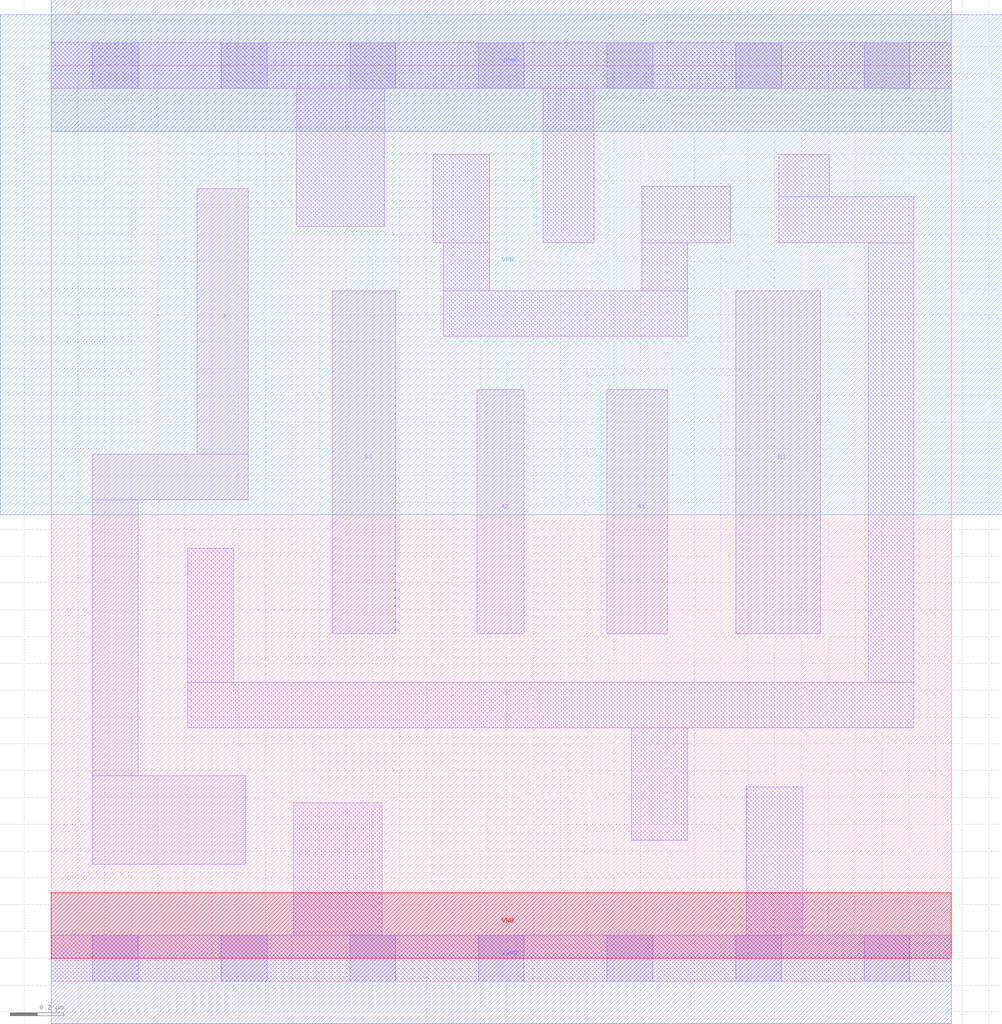
<source format=lef>
# Copyright 2020 The SkyWater PDK Authors
#
# Licensed under the Apache License, Version 2.0 (the "License");
# you may not use this file except in compliance with the License.
# You may obtain a copy of the License at
#
#     https://www.apache.org/licenses/LICENSE-2.0
#
# Unless required by applicable law or agreed to in writing, software
# distributed under the License is distributed on an "AS IS" BASIS,
# WITHOUT WARRANTIES OR CONDITIONS OF ANY KIND, either express or implied.
# See the License for the specific language governing permissions and
# limitations under the License.
#
# SPDX-License-Identifier: Apache-2.0

VERSION 5.7 ;
  NOWIREEXTENSIONATPIN ON ;
  DIVIDERCHAR "/" ;
  BUSBITCHARS "[]" ;
MACRO sky130_fd_sc_lp__a31o_m
  CLASS CORE ;
  FOREIGN sky130_fd_sc_lp__a31o_m ;
  ORIGIN  0.000000  0.000000 ;
  SIZE  3.360000 BY  3.330000 ;
  SYMMETRY X Y R90 ;
  SITE unit ;
  PIN A1
    ANTENNAGATEAREA  0.126000 ;
    DIRECTION INPUT ;
    USE SIGNAL ;
    PORT
      LAYER li1 ;
        RECT 2.075000 1.210000 2.300000 2.120000 ;
    END
  END A1
  PIN A2
    ANTENNAGATEAREA  0.126000 ;
    DIRECTION INPUT ;
    USE SIGNAL ;
    PORT
      LAYER li1 ;
        RECT 1.590000 1.210000 1.765000 2.120000 ;
    END
  END A2
  PIN A3
    ANTENNAGATEAREA  0.126000 ;
    DIRECTION INPUT ;
    USE SIGNAL ;
    PORT
      LAYER li1 ;
        RECT 1.050000 1.210000 1.285000 2.490000 ;
    END
  END A3
  PIN B1
    ANTENNAGATEAREA  0.126000 ;
    DIRECTION INPUT ;
    USE SIGNAL ;
    PORT
      LAYER li1 ;
        RECT 2.555000 1.210000 2.870000 2.490000 ;
    END
  END B1
  PIN X
    ANTENNADIFFAREA  0.222600 ;
    DIRECTION OUTPUT ;
    USE SIGNAL ;
    PORT
      LAYER li1 ;
        RECT 0.155000 0.350000 0.725000 0.680000 ;
        RECT 0.155000 0.680000 0.325000 1.710000 ;
        RECT 0.155000 1.710000 0.735000 1.880000 ;
        RECT 0.545000 1.880000 0.735000 2.870000 ;
    END
  END X
  PIN VGND
    DIRECTION INOUT ;
    USE GROUND ;
    PORT
      LAYER met1 ;
        RECT 0.000000 -0.245000 3.360000 0.245000 ;
    END
  END VGND
  PIN VNB
    DIRECTION INOUT ;
    USE GROUND ;
    PORT
      LAYER pwell ;
        RECT 0.000000 0.000000 3.360000 0.245000 ;
    END
  END VNB
  PIN VPB
    DIRECTION INOUT ;
    USE POWER ;
    PORT
      LAYER nwell ;
        RECT -0.190000 1.655000 3.550000 3.520000 ;
    END
  END VPB
  PIN VPWR
    DIRECTION INOUT ;
    USE POWER ;
    PORT
      LAYER met1 ;
        RECT 0.000000 3.085000 3.360000 3.575000 ;
    END
  END VPWR
  OBS
    LAYER li1 ;
      RECT 0.000000 -0.085000 3.360000 0.085000 ;
      RECT 0.000000  3.245000 3.360000 3.415000 ;
      RECT 0.510000  0.860000 3.220000 1.030000 ;
      RECT 0.510000  1.030000 0.680000 1.530000 ;
      RECT 0.905000  0.085000 1.235000 0.580000 ;
      RECT 0.915000  2.730000 1.245000 3.245000 ;
      RECT 1.425000  2.670000 1.635000 3.000000 ;
      RECT 1.465000  2.320000 2.375000 2.490000 ;
      RECT 1.465000  2.490000 1.635000 2.670000 ;
      RECT 1.835000  2.670000 2.025000 3.245000 ;
      RECT 2.165000  0.440000 2.375000 0.860000 ;
      RECT 2.205000  2.490000 2.375000 2.670000 ;
      RECT 2.205000  2.670000 2.535000 2.880000 ;
      RECT 2.595000  0.085000 2.805000 0.640000 ;
      RECT 2.715000  2.670000 3.220000 2.840000 ;
      RECT 2.715000  2.840000 2.905000 3.000000 ;
      RECT 3.050000  1.030000 3.220000 2.670000 ;
    LAYER mcon ;
      RECT 0.155000 -0.085000 0.325000 0.085000 ;
      RECT 0.155000  3.245000 0.325000 3.415000 ;
      RECT 0.635000 -0.085000 0.805000 0.085000 ;
      RECT 0.635000  3.245000 0.805000 3.415000 ;
      RECT 1.115000 -0.085000 1.285000 0.085000 ;
      RECT 1.115000  3.245000 1.285000 3.415000 ;
      RECT 1.595000 -0.085000 1.765000 0.085000 ;
      RECT 1.595000  3.245000 1.765000 3.415000 ;
      RECT 2.075000 -0.085000 2.245000 0.085000 ;
      RECT 2.075000  3.245000 2.245000 3.415000 ;
      RECT 2.555000 -0.085000 2.725000 0.085000 ;
      RECT 2.555000  3.245000 2.725000 3.415000 ;
      RECT 3.035000 -0.085000 3.205000 0.085000 ;
      RECT 3.035000  3.245000 3.205000 3.415000 ;
  END
END sky130_fd_sc_lp__a31o_m
END LIBRARY

</source>
